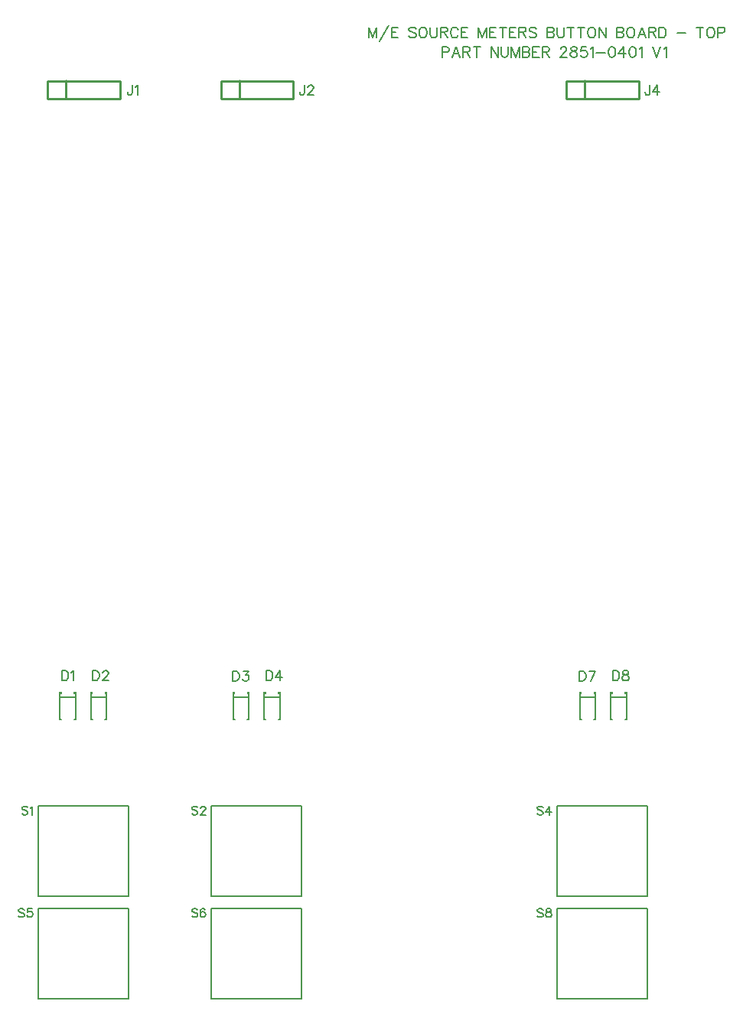
<source format=gto>
G04 Layer: TopSilkscreenLayer*
G04 EasyEDA v6.5.29, 2023-07-18 10:59:27*
G04 edb8639753f2491aa550edbca108bfa0,5a6b42c53f6a479593ecc07194224c93,10*
G04 Gerber Generator version 0.2*
G04 Scale: 100 percent, Rotated: No, Reflected: No *
G04 Dimensions in millimeters *
G04 leading zeros omitted , absolute positions ,4 integer and 5 decimal *
%FSLAX45Y45*%
%MOMM*%

%ADD10C,0.2032*%
%ADD11C,0.1524*%
%ADD12C,0.1999*%
%ADD13C,0.2540*%

%LPD*%
D10*
X4851374Y11576456D02*
G01*
X4851374Y11461902D01*
X4851374Y11576456D02*
G01*
X4895062Y11461902D01*
X4938750Y11576456D02*
G01*
X4895062Y11461902D01*
X4938750Y11576456D02*
G01*
X4938750Y11461902D01*
X5072862Y11598300D02*
G01*
X4974564Y11423802D01*
X5108930Y11576456D02*
G01*
X5108930Y11461902D01*
X5108930Y11576456D02*
G01*
X5179796Y11576456D01*
X5108930Y11521846D02*
G01*
X5152364Y11521846D01*
X5108930Y11461902D02*
G01*
X5179796Y11461902D01*
X5376138Y11560200D02*
G01*
X5365216Y11571122D01*
X5348960Y11576456D01*
X5327116Y11576456D01*
X5310606Y11571122D01*
X5299684Y11560200D01*
X5299684Y11549278D01*
X5305272Y11538356D01*
X5310606Y11532768D01*
X5321528Y11527434D01*
X5354294Y11516512D01*
X5365216Y11510924D01*
X5370550Y11505590D01*
X5376138Y11494668D01*
X5376138Y11478412D01*
X5365216Y11467490D01*
X5348960Y11461902D01*
X5327116Y11461902D01*
X5310606Y11467490D01*
X5299684Y11478412D01*
X5444972Y11576456D02*
G01*
X5434050Y11571122D01*
X5423128Y11560200D01*
X5417540Y11549278D01*
X5412206Y11532768D01*
X5412206Y11505590D01*
X5417540Y11489334D01*
X5423128Y11478412D01*
X5434050Y11467490D01*
X5444972Y11461902D01*
X5466562Y11461902D01*
X5477484Y11467490D01*
X5488406Y11478412D01*
X5493994Y11489334D01*
X5499328Y11505590D01*
X5499328Y11532768D01*
X5493994Y11549278D01*
X5488406Y11560200D01*
X5477484Y11571122D01*
X5466562Y11576456D01*
X5444972Y11576456D01*
X5535396Y11576456D02*
G01*
X5535396Y11494668D01*
X5540730Y11478412D01*
X5551652Y11467490D01*
X5568162Y11461902D01*
X5579084Y11461902D01*
X5595340Y11467490D01*
X5606262Y11478412D01*
X5611850Y11494668D01*
X5611850Y11576456D01*
X5647664Y11576456D02*
G01*
X5647664Y11461902D01*
X5647664Y11576456D02*
G01*
X5696940Y11576456D01*
X5713196Y11571122D01*
X5718784Y11565534D01*
X5724118Y11554612D01*
X5724118Y11543690D01*
X5718784Y11532768D01*
X5713196Y11527434D01*
X5696940Y11521846D01*
X5647664Y11521846D01*
X5686018Y11521846D02*
G01*
X5724118Y11461902D01*
X5841974Y11549278D02*
G01*
X5836386Y11560200D01*
X5825464Y11571122D01*
X5814796Y11576456D01*
X5792952Y11576456D01*
X5782030Y11571122D01*
X5771108Y11560200D01*
X5765520Y11549278D01*
X5760186Y11532768D01*
X5760186Y11505590D01*
X5765520Y11489334D01*
X5771108Y11478412D01*
X5782030Y11467490D01*
X5792952Y11461902D01*
X5814796Y11461902D01*
X5825464Y11467490D01*
X5836386Y11478412D01*
X5841974Y11489334D01*
X5878042Y11576456D02*
G01*
X5878042Y11461902D01*
X5878042Y11576456D02*
G01*
X5948908Y11576456D01*
X5878042Y11521846D02*
G01*
X5921476Y11521846D01*
X5878042Y11461902D02*
G01*
X5948908Y11461902D01*
X6068796Y11576456D02*
G01*
X6068796Y11461902D01*
X6068796Y11576456D02*
G01*
X6112484Y11461902D01*
X6156172Y11576456D02*
G01*
X6112484Y11461902D01*
X6156172Y11576456D02*
G01*
X6156172Y11461902D01*
X6192240Y11576456D02*
G01*
X6192240Y11461902D01*
X6192240Y11576456D02*
G01*
X6263106Y11576456D01*
X6192240Y11521846D02*
G01*
X6235674Y11521846D01*
X6192240Y11461902D02*
G01*
X6263106Y11461902D01*
X6337274Y11576456D02*
G01*
X6337274Y11461902D01*
X6298920Y11576456D02*
G01*
X6375374Y11576456D01*
X6411442Y11576456D02*
G01*
X6411442Y11461902D01*
X6411442Y11576456D02*
G01*
X6482308Y11576456D01*
X6411442Y11521846D02*
G01*
X6455130Y11521846D01*
X6411442Y11461902D02*
G01*
X6482308Y11461902D01*
X6518376Y11576456D02*
G01*
X6518376Y11461902D01*
X6518376Y11576456D02*
G01*
X6567398Y11576456D01*
X6583654Y11571122D01*
X6589242Y11565534D01*
X6594576Y11554612D01*
X6594576Y11543690D01*
X6589242Y11532768D01*
X6583654Y11527434D01*
X6567398Y11521846D01*
X6518376Y11521846D01*
X6556476Y11521846D02*
G01*
X6594576Y11461902D01*
X6707098Y11560200D02*
G01*
X6696176Y11571122D01*
X6679666Y11576456D01*
X6657822Y11576456D01*
X6641566Y11571122D01*
X6630644Y11560200D01*
X6630644Y11549278D01*
X6636232Y11538356D01*
X6641566Y11532768D01*
X6652488Y11527434D01*
X6685254Y11516512D01*
X6696176Y11510924D01*
X6701510Y11505590D01*
X6707098Y11494668D01*
X6707098Y11478412D01*
X6696176Y11467490D01*
X6679666Y11461902D01*
X6657822Y11461902D01*
X6641566Y11467490D01*
X6630644Y11478412D01*
X6826986Y11576456D02*
G01*
X6826986Y11461902D01*
X6826986Y11576456D02*
G01*
X6876008Y11576456D01*
X6892518Y11571122D01*
X6897852Y11565534D01*
X6903440Y11554612D01*
X6903440Y11543690D01*
X6897852Y11532768D01*
X6892518Y11527434D01*
X6876008Y11521846D01*
X6826986Y11521846D02*
G01*
X6876008Y11521846D01*
X6892518Y11516512D01*
X6897852Y11510924D01*
X6903440Y11500002D01*
X6903440Y11483746D01*
X6897852Y11472824D01*
X6892518Y11467490D01*
X6876008Y11461902D01*
X6826986Y11461902D01*
X6939508Y11576456D02*
G01*
X6939508Y11494668D01*
X6944842Y11478412D01*
X6955764Y11467490D01*
X6972020Y11461902D01*
X6982942Y11461902D01*
X6999452Y11467490D01*
X7010374Y11478412D01*
X7015708Y11494668D01*
X7015708Y11576456D01*
X7089876Y11576456D02*
G01*
X7089876Y11461902D01*
X7051776Y11576456D02*
G01*
X7128230Y11576456D01*
X7202398Y11576456D02*
G01*
X7202398Y11461902D01*
X7164044Y11576456D02*
G01*
X7240498Y11576456D01*
X7309332Y11576456D02*
G01*
X7298410Y11571122D01*
X7287488Y11560200D01*
X7281900Y11549278D01*
X7276566Y11532768D01*
X7276566Y11505590D01*
X7281900Y11489334D01*
X7287488Y11478412D01*
X7298410Y11467490D01*
X7309332Y11461902D01*
X7330922Y11461902D01*
X7341844Y11467490D01*
X7352766Y11478412D01*
X7358354Y11489334D01*
X7363688Y11505590D01*
X7363688Y11532768D01*
X7358354Y11549278D01*
X7352766Y11560200D01*
X7341844Y11571122D01*
X7330922Y11576456D01*
X7309332Y11576456D01*
X7399756Y11576456D02*
G01*
X7399756Y11461902D01*
X7399756Y11576456D02*
G01*
X7476210Y11461902D01*
X7476210Y11576456D02*
G01*
X7476210Y11461902D01*
X7596098Y11576456D02*
G01*
X7596098Y11461902D01*
X7596098Y11576456D02*
G01*
X7645120Y11576456D01*
X7661630Y11571122D01*
X7666964Y11565534D01*
X7672552Y11554612D01*
X7672552Y11543690D01*
X7666964Y11532768D01*
X7661630Y11527434D01*
X7645120Y11521846D01*
X7596098Y11521846D02*
G01*
X7645120Y11521846D01*
X7661630Y11516512D01*
X7666964Y11510924D01*
X7672552Y11500002D01*
X7672552Y11483746D01*
X7666964Y11472824D01*
X7661630Y11467490D01*
X7645120Y11461902D01*
X7596098Y11461902D01*
X7741132Y11576456D02*
G01*
X7730210Y11571122D01*
X7719288Y11560200D01*
X7713954Y11549278D01*
X7708366Y11532768D01*
X7708366Y11505590D01*
X7713954Y11489334D01*
X7719288Y11478412D01*
X7730210Y11467490D01*
X7741132Y11461902D01*
X7762976Y11461902D01*
X7773898Y11467490D01*
X7784820Y11478412D01*
X7790408Y11489334D01*
X7795742Y11505590D01*
X7795742Y11532768D01*
X7790408Y11549278D01*
X7784820Y11560200D01*
X7773898Y11571122D01*
X7762976Y11576456D01*
X7741132Y11576456D01*
X7875498Y11576456D02*
G01*
X7831810Y11461902D01*
X7875498Y11576456D02*
G01*
X7918932Y11461902D01*
X7848066Y11500002D02*
G01*
X7902676Y11500002D01*
X7955000Y11576456D02*
G01*
X7955000Y11461902D01*
X7955000Y11576456D02*
G01*
X8004022Y11576456D01*
X8020532Y11571122D01*
X8025866Y11565534D01*
X8031454Y11554612D01*
X8031454Y11543690D01*
X8025866Y11532768D01*
X8020532Y11527434D01*
X8004022Y11521846D01*
X7955000Y11521846D01*
X7993100Y11521846D02*
G01*
X8031454Y11461902D01*
X8067268Y11576456D02*
G01*
X8067268Y11461902D01*
X8067268Y11576456D02*
G01*
X8105622Y11576456D01*
X8121878Y11571122D01*
X8132800Y11560200D01*
X8138388Y11549278D01*
X8143722Y11532768D01*
X8143722Y11505590D01*
X8138388Y11489334D01*
X8132800Y11478412D01*
X8121878Y11467490D01*
X8105622Y11461902D01*
X8067268Y11461902D01*
X8263864Y11510924D02*
G01*
X8361908Y11510924D01*
X8520150Y11576456D02*
G01*
X8520150Y11461902D01*
X8482050Y11576456D02*
G01*
X8558250Y11576456D01*
X8627084Y11576456D02*
G01*
X8616162Y11571122D01*
X8605240Y11560200D01*
X8599652Y11549278D01*
X8594318Y11532768D01*
X8594318Y11505590D01*
X8599652Y11489334D01*
X8605240Y11478412D01*
X8616162Y11467490D01*
X8627084Y11461902D01*
X8648928Y11461902D01*
X8659850Y11467490D01*
X8670772Y11478412D01*
X8676106Y11489334D01*
X8681694Y11505590D01*
X8681694Y11532768D01*
X8676106Y11549278D01*
X8670772Y11560200D01*
X8659850Y11571122D01*
X8648928Y11576456D01*
X8627084Y11576456D01*
X8717508Y11576456D02*
G01*
X8717508Y11461902D01*
X8717508Y11576456D02*
G01*
X8766784Y11576456D01*
X8783040Y11571122D01*
X8788374Y11565534D01*
X8793962Y11554612D01*
X8793962Y11538356D01*
X8788374Y11527434D01*
X8783040Y11521846D01*
X8766784Y11516512D01*
X8717508Y11516512D01*
X5664200Y11360658D02*
G01*
X5664200Y11246104D01*
X5664200Y11360658D02*
G01*
X5713222Y11360658D01*
X5729731Y11355070D01*
X5735065Y11349736D01*
X5740654Y11338813D01*
X5740654Y11322304D01*
X5735065Y11311381D01*
X5729731Y11306047D01*
X5713222Y11300713D01*
X5664200Y11300713D01*
X5820156Y11360658D02*
G01*
X5776468Y11246104D01*
X5820156Y11360658D02*
G01*
X5863843Y11246104D01*
X5792977Y11284204D02*
G01*
X5847588Y11284204D01*
X5899911Y11360658D02*
G01*
X5899911Y11246104D01*
X5899911Y11360658D02*
G01*
X5948934Y11360658D01*
X5965190Y11355070D01*
X5970777Y11349736D01*
X5976111Y11338813D01*
X5976111Y11327892D01*
X5970777Y11316970D01*
X5965190Y11311381D01*
X5948934Y11306047D01*
X5899911Y11306047D01*
X5938011Y11306047D02*
G01*
X5976111Y11246104D01*
X6050279Y11360658D02*
G01*
X6050279Y11246104D01*
X6012179Y11360658D02*
G01*
X6088634Y11360658D01*
X6208522Y11360658D02*
G01*
X6208522Y11246104D01*
X6208522Y11360658D02*
G01*
X6284975Y11246104D01*
X6284975Y11360658D02*
G01*
X6284975Y11246104D01*
X6321043Y11360658D02*
G01*
X6321043Y11278870D01*
X6326377Y11262360D01*
X6337300Y11251437D01*
X6353556Y11246104D01*
X6364477Y11246104D01*
X6380988Y11251437D01*
X6391909Y11262360D01*
X6397243Y11278870D01*
X6397243Y11360658D01*
X6433311Y11360658D02*
G01*
X6433311Y11246104D01*
X6433311Y11360658D02*
G01*
X6477000Y11246104D01*
X6520688Y11360658D02*
G01*
X6477000Y11246104D01*
X6520688Y11360658D02*
G01*
X6520688Y11246104D01*
X6556502Y11360658D02*
G01*
X6556502Y11246104D01*
X6556502Y11360658D02*
G01*
X6605777Y11360658D01*
X6622034Y11355070D01*
X6627368Y11349736D01*
X6632956Y11338813D01*
X6632956Y11327892D01*
X6627368Y11316970D01*
X6622034Y11311381D01*
X6605777Y11306047D01*
X6556502Y11306047D02*
G01*
X6605777Y11306047D01*
X6622034Y11300713D01*
X6627368Y11295126D01*
X6632956Y11284204D01*
X6632956Y11267947D01*
X6627368Y11257026D01*
X6622034Y11251437D01*
X6605777Y11246104D01*
X6556502Y11246104D01*
X6669024Y11360658D02*
G01*
X6669024Y11246104D01*
X6669024Y11360658D02*
G01*
X6739890Y11360658D01*
X6669024Y11306047D02*
G01*
X6712458Y11306047D01*
X6669024Y11246104D02*
G01*
X6739890Y11246104D01*
X6775958Y11360658D02*
G01*
X6775958Y11246104D01*
X6775958Y11360658D02*
G01*
X6824979Y11360658D01*
X6841236Y11355070D01*
X6846824Y11349736D01*
X6852158Y11338813D01*
X6852158Y11327892D01*
X6846824Y11316970D01*
X6841236Y11311381D01*
X6824979Y11306047D01*
X6775958Y11306047D01*
X6814058Y11306047D02*
G01*
X6852158Y11246104D01*
X6977634Y11333226D02*
G01*
X6977634Y11338813D01*
X6983222Y11349736D01*
X6988556Y11355070D01*
X6999477Y11360658D01*
X7021322Y11360658D01*
X7032243Y11355070D01*
X7037577Y11349736D01*
X7043165Y11338813D01*
X7043165Y11327892D01*
X7037577Y11316970D01*
X7026656Y11300713D01*
X6972300Y11246104D01*
X7048500Y11246104D01*
X7111745Y11360658D02*
G01*
X7095490Y11355070D01*
X7089902Y11344147D01*
X7089902Y11333226D01*
X7095490Y11322304D01*
X7106411Y11316970D01*
X7128256Y11311381D01*
X7144511Y11306047D01*
X7155434Y11295126D01*
X7161022Y11284204D01*
X7161022Y11267947D01*
X7155434Y11257026D01*
X7150100Y11251437D01*
X7133590Y11246104D01*
X7111745Y11246104D01*
X7095490Y11251437D01*
X7089902Y11257026D01*
X7084568Y11267947D01*
X7084568Y11284204D01*
X7089902Y11295126D01*
X7100824Y11306047D01*
X7117334Y11311381D01*
X7139177Y11316970D01*
X7150100Y11322304D01*
X7155434Y11333226D01*
X7155434Y11344147D01*
X7150100Y11355070D01*
X7133590Y11360658D01*
X7111745Y11360658D01*
X7262368Y11360658D02*
G01*
X7207758Y11360658D01*
X7202424Y11311381D01*
X7207758Y11316970D01*
X7224268Y11322304D01*
X7240524Y11322304D01*
X7257034Y11316970D01*
X7267956Y11306047D01*
X7273290Y11289792D01*
X7273290Y11278870D01*
X7267956Y11262360D01*
X7257034Y11251437D01*
X7240524Y11246104D01*
X7224268Y11246104D01*
X7207758Y11251437D01*
X7202424Y11257026D01*
X7196836Y11267947D01*
X7309358Y11338813D02*
G01*
X7320279Y11344147D01*
X7336536Y11360658D01*
X7336536Y11246104D01*
X7372604Y11295126D02*
G01*
X7470647Y11295126D01*
X7539481Y11360658D02*
G01*
X7523225Y11355070D01*
X7512304Y11338813D01*
X7506715Y11311381D01*
X7506715Y11295126D01*
X7512304Y11267947D01*
X7523225Y11251437D01*
X7539481Y11246104D01*
X7550404Y11246104D01*
X7566659Y11251437D01*
X7577581Y11267947D01*
X7583170Y11295126D01*
X7583170Y11311381D01*
X7577581Y11338813D01*
X7566659Y11355070D01*
X7550404Y11360658D01*
X7539481Y11360658D01*
X7673593Y11360658D02*
G01*
X7618984Y11284204D01*
X7701025Y11284204D01*
X7673593Y11360658D02*
G01*
X7673593Y11246104D01*
X7769606Y11360658D02*
G01*
X7753350Y11355070D01*
X7742427Y11338813D01*
X7736840Y11311381D01*
X7736840Y11295126D01*
X7742427Y11267947D01*
X7753350Y11251437D01*
X7769606Y11246104D01*
X7780527Y11246104D01*
X7797038Y11251437D01*
X7807706Y11267947D01*
X7813293Y11295126D01*
X7813293Y11311381D01*
X7807706Y11338813D01*
X7797038Y11355070D01*
X7780527Y11360658D01*
X7769606Y11360658D01*
X7849361Y11338813D02*
G01*
X7860284Y11344147D01*
X7876540Y11360658D01*
X7876540Y11246104D01*
X7996681Y11360658D02*
G01*
X8040115Y11246104D01*
X8083804Y11360658D02*
G01*
X8040115Y11246104D01*
X8119872Y11338813D02*
G01*
X8130793Y11344147D01*
X8147050Y11360658D01*
X8147050Y11246104D01*
D11*
X1079754Y2944876D02*
G01*
X1070610Y2953765D01*
X1056894Y2958337D01*
X1038605Y2958337D01*
X1025144Y2953765D01*
X1016000Y2944876D01*
X1016000Y2935731D01*
X1020571Y2926587D01*
X1025144Y2922015D01*
X1034287Y2917444D01*
X1061465Y2908300D01*
X1070610Y2903981D01*
X1075181Y2899410D01*
X1079754Y2890265D01*
X1079754Y2876550D01*
X1070610Y2867405D01*
X1056894Y2862834D01*
X1038605Y2862834D01*
X1025144Y2867405D01*
X1016000Y2876550D01*
X1109726Y2940304D02*
G01*
X1118615Y2944876D01*
X1132331Y2958337D01*
X1132331Y2862834D01*
X2959354Y2944876D02*
G01*
X2950209Y2953765D01*
X2936493Y2958337D01*
X2918206Y2958337D01*
X2904743Y2953765D01*
X2895600Y2944876D01*
X2895600Y2935731D01*
X2900172Y2926587D01*
X2904743Y2922015D01*
X2913888Y2917444D01*
X2941065Y2908300D01*
X2950209Y2903981D01*
X2954781Y2899410D01*
X2959354Y2890265D01*
X2959354Y2876550D01*
X2950209Y2867405D01*
X2936493Y2862834D01*
X2918206Y2862834D01*
X2904743Y2867405D01*
X2895600Y2876550D01*
X2993897Y2935731D02*
G01*
X2993897Y2940304D01*
X2998215Y2949194D01*
X3002788Y2953765D01*
X3011931Y2958337D01*
X3030220Y2958337D01*
X3039109Y2953765D01*
X3043681Y2949194D01*
X3048254Y2940304D01*
X3048254Y2931160D01*
X3043681Y2922015D01*
X3034791Y2908300D01*
X2989325Y2862834D01*
X3052825Y2862834D01*
X6782054Y2944876D02*
G01*
X6772909Y2953765D01*
X6759193Y2958337D01*
X6740906Y2958337D01*
X6727443Y2953765D01*
X6718300Y2944876D01*
X6718300Y2935731D01*
X6722872Y2926587D01*
X6727443Y2922015D01*
X6736588Y2917444D01*
X6763765Y2908300D01*
X6772909Y2903981D01*
X6777481Y2899410D01*
X6782054Y2890265D01*
X6782054Y2876550D01*
X6772909Y2867405D01*
X6759193Y2862834D01*
X6740906Y2862834D01*
X6727443Y2867405D01*
X6718300Y2876550D01*
X6857491Y2958337D02*
G01*
X6812025Y2894837D01*
X6880097Y2894837D01*
X6857491Y2958337D02*
G01*
X6857491Y2862834D01*
X1041654Y1814576D02*
G01*
X1032510Y1823465D01*
X1018794Y1828037D01*
X1000505Y1828037D01*
X987044Y1823465D01*
X977900Y1814576D01*
X977900Y1805431D01*
X982471Y1796287D01*
X987044Y1791715D01*
X996187Y1787144D01*
X1023365Y1778000D01*
X1032510Y1773681D01*
X1037081Y1769110D01*
X1041654Y1759965D01*
X1041654Y1746250D01*
X1032510Y1737105D01*
X1018794Y1732534D01*
X1000505Y1732534D01*
X987044Y1737105D01*
X977900Y1746250D01*
X1125981Y1828037D02*
G01*
X1080515Y1828037D01*
X1076197Y1787144D01*
X1080515Y1791715D01*
X1094231Y1796287D01*
X1107947Y1796287D01*
X1121410Y1791715D01*
X1130554Y1782571D01*
X1135126Y1769110D01*
X1135126Y1759965D01*
X1130554Y1746250D01*
X1121410Y1737105D01*
X1107947Y1732534D01*
X1094231Y1732534D01*
X1080515Y1737105D01*
X1076197Y1741678D01*
X1071626Y1750821D01*
X2959354Y1814576D02*
G01*
X2950209Y1823465D01*
X2936493Y1828037D01*
X2918206Y1828037D01*
X2904743Y1823465D01*
X2895600Y1814576D01*
X2895600Y1805431D01*
X2900172Y1796287D01*
X2904743Y1791715D01*
X2913888Y1787144D01*
X2941065Y1778000D01*
X2950209Y1773681D01*
X2954781Y1769110D01*
X2959354Y1759965D01*
X2959354Y1746250D01*
X2950209Y1737105D01*
X2936493Y1732534D01*
X2918206Y1732534D01*
X2904743Y1737105D01*
X2895600Y1746250D01*
X3043681Y1814576D02*
G01*
X3039109Y1823465D01*
X3025647Y1828037D01*
X3016504Y1828037D01*
X3002788Y1823465D01*
X2993897Y1810004D01*
X2989325Y1787144D01*
X2989325Y1764537D01*
X2993897Y1746250D01*
X3002788Y1737105D01*
X3016504Y1732534D01*
X3021075Y1732534D01*
X3034791Y1737105D01*
X3043681Y1746250D01*
X3048254Y1759965D01*
X3048254Y1764537D01*
X3043681Y1778000D01*
X3034791Y1787144D01*
X3021075Y1791715D01*
X3016504Y1791715D01*
X3002788Y1787144D01*
X2993897Y1778000D01*
X2989325Y1764537D01*
X6782054Y1814576D02*
G01*
X6772909Y1823465D01*
X6759193Y1828037D01*
X6740906Y1828037D01*
X6727443Y1823465D01*
X6718300Y1814576D01*
X6718300Y1805431D01*
X6722872Y1796287D01*
X6727443Y1791715D01*
X6736588Y1787144D01*
X6763765Y1778000D01*
X6772909Y1773681D01*
X6777481Y1769110D01*
X6782054Y1759965D01*
X6782054Y1746250D01*
X6772909Y1737105D01*
X6759193Y1732534D01*
X6740906Y1732534D01*
X6727443Y1737105D01*
X6718300Y1746250D01*
X6834631Y1828037D02*
G01*
X6820915Y1823465D01*
X6816597Y1814576D01*
X6816597Y1805431D01*
X6820915Y1796287D01*
X6830059Y1791715D01*
X6848347Y1787144D01*
X6861809Y1782571D01*
X6870954Y1773681D01*
X6875525Y1764537D01*
X6875525Y1750821D01*
X6870954Y1741678D01*
X6866381Y1737105D01*
X6852920Y1732534D01*
X6834631Y1732534D01*
X6820915Y1737105D01*
X6816597Y1741678D01*
X6812025Y1750821D01*
X6812025Y1764537D01*
X6816597Y1773681D01*
X6825488Y1782571D01*
X6839204Y1787144D01*
X6857491Y1791715D01*
X6866381Y1796287D01*
X6870954Y1805431D01*
X6870954Y1814576D01*
X6866381Y1823465D01*
X6852920Y1828037D01*
X6834631Y1828037D01*
X1799336Y4458715D02*
G01*
X1799336Y4349750D01*
X1799336Y4458715D02*
G01*
X1835657Y4458715D01*
X1851152Y4453636D01*
X1861565Y4443221D01*
X1866900Y4432807D01*
X1871979Y4417060D01*
X1871979Y4391152D01*
X1866900Y4375657D01*
X1861565Y4365244D01*
X1851152Y4354829D01*
X1835657Y4349750D01*
X1799336Y4349750D01*
X1911604Y4432807D02*
G01*
X1911604Y4437887D01*
X1916684Y4448302D01*
X1921763Y4453636D01*
X1932177Y4458715D01*
X1953006Y4458715D01*
X1963420Y4453636D01*
X1968754Y4448302D01*
X1973834Y4437887D01*
X1973834Y4427473D01*
X1968754Y4417060D01*
X1958340Y4401565D01*
X1906270Y4349750D01*
X1978913Y4349750D01*
X3348664Y4454598D02*
G01*
X3348664Y4345495D01*
X3348664Y4454598D02*
G01*
X3385032Y4454598D01*
X3400620Y4449404D01*
X3411009Y4439013D01*
X3416206Y4428622D01*
X3421400Y4413034D01*
X3421400Y4387057D01*
X3416206Y4371472D01*
X3411009Y4361080D01*
X3400620Y4350689D01*
X3385032Y4345495D01*
X3348664Y4345495D01*
X3466081Y4454598D02*
G01*
X3523231Y4454598D01*
X3492060Y4413034D01*
X3507646Y4413034D01*
X3518037Y4407839D01*
X3523231Y4402645D01*
X3528428Y4387057D01*
X3528428Y4376666D01*
X3523231Y4361080D01*
X3512840Y4350689D01*
X3497254Y4345495D01*
X3481669Y4345495D01*
X3466081Y4350689D01*
X3460887Y4355884D01*
X3455690Y4366275D01*
X1456436Y4458715D02*
G01*
X1456436Y4349750D01*
X1456436Y4458715D02*
G01*
X1492757Y4458715D01*
X1508252Y4453636D01*
X1518665Y4443221D01*
X1524000Y4432807D01*
X1529079Y4417060D01*
X1529079Y4391152D01*
X1524000Y4375657D01*
X1518665Y4365244D01*
X1508252Y4354829D01*
X1492757Y4349750D01*
X1456436Y4349750D01*
X1563370Y4437887D02*
G01*
X1573784Y4443221D01*
X1589278Y4458715D01*
X1589278Y4349750D01*
X3717038Y4458792D02*
G01*
X3717038Y4349572D01*
X3717038Y4458792D02*
G01*
X3753360Y4458792D01*
X3768854Y4453458D01*
X3779268Y4443044D01*
X3784602Y4432884D01*
X3789682Y4417136D01*
X3789682Y4391228D01*
X3784602Y4375734D01*
X3779268Y4365320D01*
X3768854Y4354906D01*
X3753360Y4349572D01*
X3717038Y4349572D01*
X3876042Y4458792D02*
G01*
X3823972Y4385894D01*
X3901950Y4385894D01*
X3876042Y4458792D02*
G01*
X3876042Y4349572D01*
X7552436Y4458715D02*
G01*
X7552436Y4349750D01*
X7552436Y4458715D02*
G01*
X7588758Y4458715D01*
X7604252Y4453636D01*
X7614665Y4443221D01*
X7620000Y4432807D01*
X7625079Y4417060D01*
X7625079Y4391152D01*
X7620000Y4375657D01*
X7614665Y4365244D01*
X7604252Y4354829D01*
X7588758Y4349750D01*
X7552436Y4349750D01*
X7685277Y4458715D02*
G01*
X7669784Y4453636D01*
X7664704Y4443221D01*
X7664704Y4432807D01*
X7669784Y4422394D01*
X7680197Y4417060D01*
X7701025Y4411979D01*
X7716520Y4406900D01*
X7726934Y4396486D01*
X7732013Y4386071D01*
X7732013Y4370323D01*
X7726934Y4359910D01*
X7721854Y4354829D01*
X7706106Y4349750D01*
X7685277Y4349750D01*
X7669784Y4354829D01*
X7664704Y4359910D01*
X7659370Y4370323D01*
X7659370Y4386071D01*
X7664704Y4396486D01*
X7674863Y4406900D01*
X7690611Y4411979D01*
X7711440Y4417060D01*
X7721854Y4422394D01*
X7726934Y4432807D01*
X7726934Y4443221D01*
X7721854Y4453636D01*
X7706106Y4458715D01*
X7685277Y4458715D01*
X7184136Y4454652D02*
G01*
X7184136Y4345431D01*
X7184136Y4454652D02*
G01*
X7220458Y4454652D01*
X7235952Y4449318D01*
X7246365Y4438904D01*
X7251700Y4428744D01*
X7256779Y4412995D01*
X7256779Y4387087D01*
X7251700Y4371594D01*
X7246365Y4361179D01*
X7235952Y4350765D01*
X7220458Y4345431D01*
X7184136Y4345431D01*
X7363713Y4454652D02*
G01*
X7311897Y4345431D01*
X7291070Y4454652D02*
G01*
X7363713Y4454652D01*
X4141355Y10935738D02*
G01*
X4141355Y10852612D01*
X4136158Y10837024D01*
X4130964Y10831829D01*
X4120573Y10826635D01*
X4110182Y10826635D01*
X4099791Y10831829D01*
X4094594Y10837024D01*
X4089400Y10852612D01*
X4089400Y10863003D01*
X4180840Y10909762D02*
G01*
X4180840Y10914956D01*
X4186034Y10925347D01*
X4191231Y10930544D01*
X4201622Y10935738D01*
X4222404Y10935738D01*
X4232795Y10930544D01*
X4237990Y10925347D01*
X4243184Y10914956D01*
X4243184Y10904565D01*
X4237990Y10894174D01*
X4227598Y10878588D01*
X4175645Y10826635D01*
X4248381Y10826635D01*
X7964081Y10935733D02*
G01*
X7964081Y10852607D01*
X7958884Y10837019D01*
X7953689Y10831824D01*
X7943298Y10826630D01*
X7932907Y10826630D01*
X7922516Y10831824D01*
X7917319Y10837019D01*
X7912125Y10852607D01*
X7912125Y10862998D01*
X8050324Y10935733D02*
G01*
X7998371Y10862998D01*
X8076300Y10862998D01*
X8050324Y10935733D02*
G01*
X8050324Y10826630D01*
X2236391Y10935743D02*
G01*
X2236391Y10852617D01*
X2231194Y10837029D01*
X2226000Y10831835D01*
X2215608Y10826640D01*
X2205217Y10826640D01*
X2194826Y10831835D01*
X2189629Y10837029D01*
X2184435Y10852617D01*
X2184435Y10863008D01*
X2270681Y10914961D02*
G01*
X2281069Y10920158D01*
X2296657Y10935743D01*
X2296657Y10826640D01*
G36*
X1931619Y4227474D02*
G01*
X1931619Y4196994D01*
X1961134Y4196994D01*
X1961134Y4227474D01*
G37*
G36*
X1772666Y4227474D02*
G01*
X1772666Y4196994D01*
X1802180Y4196994D01*
X1802180Y4227474D01*
G37*
G36*
X3506419Y4227474D02*
G01*
X3506419Y4196994D01*
X3535934Y4196994D01*
X3535934Y4227474D01*
G37*
G36*
X3347465Y4227474D02*
G01*
X3347465Y4196994D01*
X3376980Y4196994D01*
X3376980Y4227474D01*
G37*
G36*
X1588719Y4227474D02*
G01*
X1588719Y4196994D01*
X1618234Y4196994D01*
X1618234Y4227474D01*
G37*
G36*
X1429766Y4227474D02*
G01*
X1429766Y4196994D01*
X1459280Y4196994D01*
X1459280Y4227474D01*
G37*
G36*
X3849319Y4227474D02*
G01*
X3849319Y4196994D01*
X3878834Y4196994D01*
X3878834Y4227474D01*
G37*
G36*
X3690365Y4227474D02*
G01*
X3690365Y4196994D01*
X3719880Y4196994D01*
X3719880Y4227474D01*
G37*
G36*
X7684770Y4227474D02*
G01*
X7684770Y4196994D01*
X7714234Y4196994D01*
X7714234Y4227474D01*
G37*
G36*
X7525766Y4227474D02*
G01*
X7525766Y4196994D01*
X7555280Y4196994D01*
X7555280Y4227474D01*
G37*
G36*
X7341870Y4227474D02*
G01*
X7341870Y4196994D01*
X7371334Y4196994D01*
X7371334Y4227474D01*
G37*
G36*
X7182866Y4227474D02*
G01*
X7182866Y4196994D01*
X7212380Y4196994D01*
X7212380Y4227474D01*
G37*
D12*
X1194307Y2960115D02*
G01*
X1194307Y1960118D01*
X2194306Y1960118D01*
X2194306Y2960115D01*
X1194307Y2960115D01*
X3112008Y2960115D02*
G01*
X3112008Y1960118D01*
X4112006Y1960118D01*
X4112006Y2960115D01*
X3112008Y2960115D01*
X6934708Y2960115D02*
G01*
X6934708Y1960118D01*
X7934706Y1960118D01*
X7934706Y2960115D01*
X6934708Y2960115D01*
X1194307Y1829815D02*
G01*
X1194307Y829818D01*
X2194306Y829818D01*
X2194306Y1829815D01*
X1194307Y1829815D01*
X3112008Y1829815D02*
G01*
X3112008Y829818D01*
X4112006Y829818D01*
X4112006Y1829815D01*
X3112008Y1829815D01*
X6934708Y1829815D02*
G01*
X6934708Y829818D01*
X7934706Y829818D01*
X7934706Y1829815D01*
X6934708Y1829815D01*
D11*
X1953519Y4204619D02*
G01*
X1953519Y3923380D01*
X1953519Y3923380D02*
G01*
X1936719Y3923380D01*
X1780280Y4204619D02*
G01*
X1780280Y3923380D01*
X1780280Y3923380D02*
G01*
X1797080Y3923380D01*
X1953519Y4168929D02*
G01*
X1780280Y4168929D01*
X3528319Y4204619D02*
G01*
X3528319Y3923380D01*
X3528319Y3923380D02*
G01*
X3511519Y3923380D01*
X3355080Y4204619D02*
G01*
X3355080Y3923380D01*
X3355080Y3923380D02*
G01*
X3371880Y3923380D01*
X3528319Y4168929D02*
G01*
X3355080Y4168929D01*
X1610619Y4204619D02*
G01*
X1610619Y3923380D01*
X1610619Y3923380D02*
G01*
X1593819Y3923380D01*
X1437380Y4204619D02*
G01*
X1437380Y3923380D01*
X1437380Y3923380D02*
G01*
X1454180Y3923380D01*
X1610619Y4168929D02*
G01*
X1437380Y4168929D01*
X3871221Y4204619D02*
G01*
X3871221Y3923380D01*
X3871221Y3923380D02*
G01*
X3854422Y3923380D01*
X3697983Y4204619D02*
G01*
X3697983Y3923380D01*
X3697983Y3923380D02*
G01*
X3714783Y3923380D01*
X3871221Y4168929D02*
G01*
X3697983Y4168929D01*
X7706626Y4204619D02*
G01*
X7706626Y3923380D01*
X7706626Y3923380D02*
G01*
X7689827Y3923380D01*
X7533388Y4204619D02*
G01*
X7533388Y3923380D01*
X7533388Y3923380D02*
G01*
X7550188Y3923380D01*
X7706626Y4168929D02*
G01*
X7533388Y4168929D01*
X7363724Y4204619D02*
G01*
X7363724Y3923380D01*
X7363724Y3923380D02*
G01*
X7346924Y3923380D01*
X7190486Y4204619D02*
G01*
X7190486Y3923380D01*
X7190486Y3923380D02*
G01*
X7207285Y3923380D01*
X7363724Y4168929D02*
G01*
X7190486Y4168929D01*
D13*
X3422599Y10985500D02*
G01*
X3422599Y10795000D01*
X3219500Y10983899D02*
G01*
X4019499Y10983899D01*
X4019499Y10783900D01*
X3219500Y10783900D01*
X3219500Y10983899D01*
X7245299Y10985500D02*
G01*
X7245299Y10795000D01*
X7042200Y10983899D02*
G01*
X7842199Y10983899D01*
X7842199Y10783900D01*
X7042200Y10783900D01*
X7042200Y10983899D01*
X1504899Y10985500D02*
G01*
X1504899Y10795000D01*
X1301800Y10983899D02*
G01*
X2101799Y10983899D01*
X2101799Y10783900D01*
X1301800Y10783900D01*
X1301800Y10983899D01*
M02*

</source>
